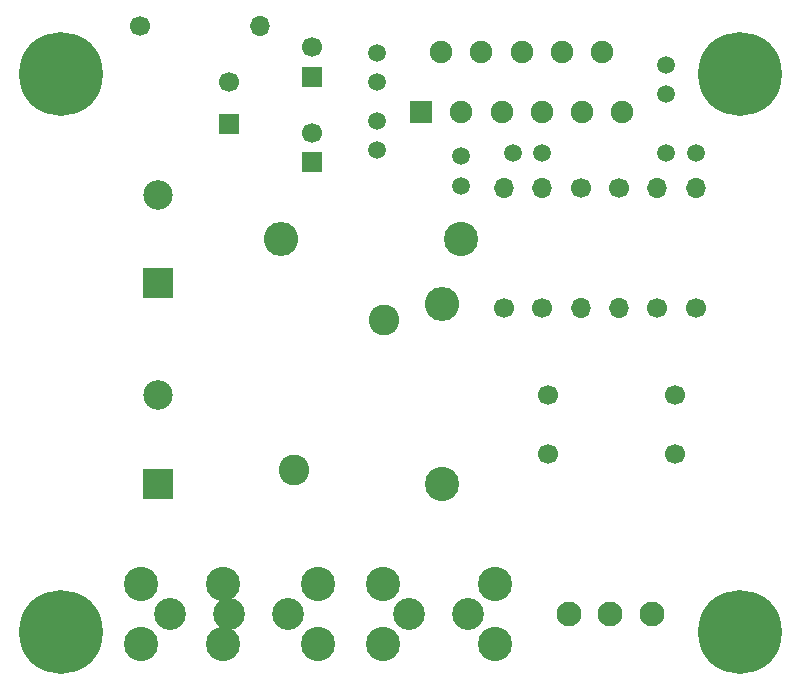
<source format=gbr>
%TF.GenerationSoftware,KiCad,Pcbnew,(5.1.6-0)*%
%TF.CreationDate,2023-04-23T15:30:13-07:00*%
%TF.ProjectId,LM3886-bal-no15v-th,4c4d3338-3836-42d6-9261-6c2d6e6f3135,rev?*%
%TF.SameCoordinates,Original*%
%TF.FileFunction,Soldermask,Top*%
%TF.FilePolarity,Negative*%
%FSLAX46Y46*%
G04 Gerber Fmt 4.6, Leading zero omitted, Abs format (unit mm)*
G04 Created by KiCad (PCBNEW (5.1.6-0)) date 2023-04-23 15:30:13*
%MOMM*%
%LPD*%
G01*
G04 APERTURE LIST*
%ADD10O,2.900000X2.900000*%
%ADD11C,2.900000*%
%ADD12C,1.500000*%
%ADD13O,1.700000X1.700000*%
%ADD14C,1.700000*%
%ADD15C,2.600000*%
%ADD16C,2.700000*%
%ADD17C,2.100000*%
%ADD18C,0.900000*%
%ADD19C,7.100000*%
%ADD20R,1.700000X1.700000*%
%ADD21C,2.500000*%
%ADD22R,2.500000X2.500000*%
%ADD23O,1.900000X1.900000*%
%ADD24R,1.900000X1.900000*%
G04 APERTURE END LIST*
D10*
%TO.C,R9*%
X113500000Y-78510000D03*
D11*
X113500000Y-93750000D03*
%TD*%
D10*
%TO.C,R8*%
X99910000Y-73000000D03*
D11*
X115150000Y-73000000D03*
%TD*%
D12*
%TO.C,C1*%
X132500000Y-58250000D03*
X132500000Y-60750000D03*
%TD*%
D13*
%TO.C,R7*%
X98080000Y-55000000D03*
D14*
X87920000Y-55000000D03*
%TD*%
D13*
%TO.C,R6*%
X118750000Y-68670000D03*
D14*
X118750000Y-78830000D03*
%TD*%
D13*
%TO.C,R5*%
X122000000Y-68670000D03*
D14*
X122000000Y-78830000D03*
%TD*%
D13*
%TO.C,R4*%
X131750000Y-68670000D03*
D14*
X131750000Y-78830000D03*
%TD*%
D13*
%TO.C,R3*%
X135000000Y-68670000D03*
D14*
X135000000Y-78830000D03*
%TD*%
D13*
%TO.C,R2*%
X125250000Y-78830000D03*
D14*
X125250000Y-68670000D03*
%TD*%
D13*
%TO.C,R1*%
X128500000Y-78830000D03*
D14*
X128500000Y-68670000D03*
%TD*%
D12*
%TO.C,C11*%
X115150000Y-68500000D03*
X115150000Y-66000000D03*
%TD*%
%TO.C,C9*%
X108000000Y-57250000D03*
X108000000Y-59750000D03*
%TD*%
%TO.C,C8*%
X108000000Y-63000000D03*
X108000000Y-65500000D03*
%TD*%
%TO.C,C5*%
X122000000Y-65750000D03*
X119500000Y-65750000D03*
%TD*%
%TO.C,C4*%
X135000000Y-65750000D03*
X132500000Y-65750000D03*
%TD*%
D11*
%TO.C,J8*%
X118000000Y-102210000D03*
X118000000Y-107290000D03*
%TD*%
%TO.C,J7*%
X108500000Y-102210000D03*
X108500000Y-107290000D03*
%TD*%
%TO.C,J6*%
X103000000Y-102210000D03*
X103000000Y-107290000D03*
%TD*%
%TO.C,J5*%
X95000000Y-102210000D03*
X95000000Y-107290000D03*
%TD*%
%TO.C,J4*%
X88000000Y-102210000D03*
X88000000Y-107290000D03*
%TD*%
D15*
%TO.C,L1*%
X100940000Y-92600000D03*
X108560000Y-79900000D03*
%TD*%
D16*
%TO.C,J3*%
X100500000Y-104750000D03*
X95500000Y-104750000D03*
X90500000Y-104750000D03*
%TD*%
%TO.C,J2*%
X115750000Y-104750000D03*
X110750000Y-104750000D03*
%TD*%
D17*
%TO.C,J1*%
X131250000Y-104750000D03*
X127750000Y-104750000D03*
X124250000Y-104750000D03*
%TD*%
D18*
%TO.C,H4*%
X140606155Y-104393845D03*
X138750000Y-103625000D03*
X136893845Y-104393845D03*
X136125000Y-106250000D03*
X136893845Y-108106155D03*
X138750000Y-108875000D03*
X140606155Y-108106155D03*
X141375000Y-106250000D03*
D19*
X138750000Y-106250000D03*
%TD*%
D18*
%TO.C,H3*%
X140606155Y-57143845D03*
X138750000Y-56375000D03*
X136893845Y-57143845D03*
X136125000Y-59000000D03*
X136893845Y-60856155D03*
X138750000Y-61625000D03*
X140606155Y-60856155D03*
X141375000Y-59000000D03*
D19*
X138750000Y-59000000D03*
%TD*%
D18*
%TO.C,H2*%
X83106155Y-104393845D03*
X81250000Y-103625000D03*
X79393845Y-104393845D03*
X78625000Y-106250000D03*
X79393845Y-108106155D03*
X81250000Y-108875000D03*
X83106155Y-108106155D03*
X83875000Y-106250000D03*
D19*
X81250000Y-106250000D03*
%TD*%
D18*
%TO.C,H1*%
X83106155Y-57143845D03*
X81250000Y-56375000D03*
X79393845Y-57143845D03*
X78625000Y-59000000D03*
X79393845Y-60856155D03*
X81250000Y-61625000D03*
X83106155Y-60856155D03*
X83875000Y-59000000D03*
D19*
X81250000Y-59000000D03*
%TD*%
D14*
%TO.C,C13*%
X122500000Y-86250000D03*
X122500000Y-91250000D03*
%TD*%
%TO.C,C12*%
X133250000Y-86250000D03*
X133250000Y-91250000D03*
%TD*%
%TO.C,C10*%
X95500000Y-59750000D03*
D20*
X95500000Y-63250000D03*
%TD*%
D14*
%TO.C,C7*%
X102500000Y-56750000D03*
D20*
X102500000Y-59250000D03*
%TD*%
D14*
%TO.C,C6*%
X102500000Y-64000000D03*
D20*
X102500000Y-66500000D03*
%TD*%
D21*
%TO.C,C3*%
X89500000Y-69250000D03*
D22*
X89500000Y-76750000D03*
%TD*%
D21*
%TO.C,C2*%
X89500000Y-86250000D03*
D22*
X89500000Y-93750000D03*
%TD*%
D23*
%TO.C,U1*%
X128750000Y-62250000D03*
X127050000Y-57170000D03*
X125350000Y-62250000D03*
X123650000Y-57170000D03*
X121950000Y-62250000D03*
X120250000Y-57170000D03*
X118550000Y-62250000D03*
X116850000Y-57170000D03*
X115150000Y-62250000D03*
X113450000Y-57170000D03*
D24*
X111750000Y-62250000D03*
%TD*%
M02*

</source>
